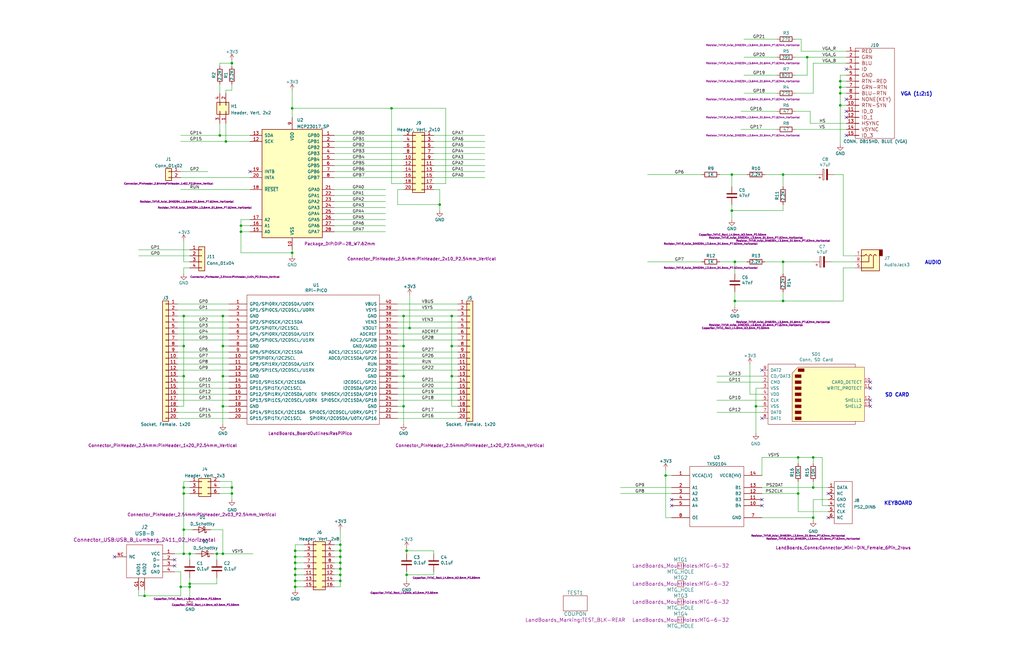
<source format=kicad_sch>
(kicad_sch (version 20211123) (generator eeschema)
  (paper "B")
  (title_block (title "PiPicoMite01") (date "2022-05-15") (rev "1") (company "land-boards.com"))
  (junction (at 124.46 242.57))
  (junction (at 77.47 158.75))
  (junction (at 80.01 246.38))
  (junction (at 143.51 229.87))
  (junction (at 308.61 73.66))
  (junction (at 336.55 193.04))
  (junction (at 143.51 237.49))
  (junction (at 123.19 106.68))
  (junction (at 309.88 110.49))
  (junction (at 93.98 158.75))
  (junction (at 80.01 233.68))
  (junction (at 93.98 133.35))
  (junction (at 76.2 247.65))
  (junction (at 101.6 95.25))
  (junction (at 124.46 237.49))
  (junction (at 190.5 146.05))
  (junction (at 124.46 247.65))
  (junction (at 280.67 200.66))
  (junction (at 97.79 26.67))
  (junction (at 354.33 36.83))
  (junction (at 93.98 233.68))
  (junction (at 318.77 171.45))
  (junction (at 143.51 245.11))
  (junction (at 124.46 232.41))
  (junction (at 93.98 171.45))
  (junction (at 190.5 158.75))
  (junction (at 170.18 133.35))
  (junction (at 309.88 127))
  (junction (at 77.47 223.52))
  (junction (at 172.72 138.43))
  (junction (at 101.6 97.79))
  (junction (at 77.47 146.05))
  (junction (at 77.47 133.35))
  (junction (at 143.51 232.41))
  (junction (at 170.18 171.45))
  (junction (at 91.44 233.68))
  (junction (at 354.33 44.45))
  (junction (at 354.33 39.37))
  (junction (at 330.2 110.49))
  (junction (at 185.42 86.36))
  (junction (at 95.25 59.69))
  (junction (at 342.9 193.04))
  (junction (at 124.46 245.11))
  (junction (at 143.51 234.95))
  (junction (at 123.19 45.72))
  (junction (at 97.79 205.74))
  (junction (at 330.2 73.66))
  (junction (at 190.5 133.35))
  (junction (at 93.98 146.05))
  (junction (at 124.46 234.95))
  (junction (at 60.96 251.46))
  (junction (at 77.47 233.68))
  (junction (at 342.9 218.44))
  (junction (at 171.45 232.41))
  (junction (at 308.61 88.9))
  (junction (at 342.9 205.74))
  (junction (at 143.51 240.03))
  (junction (at 77.47 205.74))
  (junction (at 97.79 208.28))
  (junction (at 143.51 242.57))
  (junction (at 80.01 247.65))
  (junction (at 77.47 208.28))
  (junction (at 170.18 146.05))
  (junction (at 92.71 57.15))
  (junction (at 330.2 127))
  (junction (at 354.33 34.29))
  (junction (at 165.1 45.72))
  (junction (at 171.45 242.57))
  (junction (at 340.36 24.13))
  (junction (at 170.18 158.75))
  (junction (at 336.55 208.28))
  (junction (at 124.46 240.03))
  (no_connect (at 73.66 238.76))
  (no_connect (at 73.66 236.22))
  (no_connect (at 48.26 234.95))
  (no_connect (at 321.31 156.21))
  (no_connect (at 367.03 163.83))
  (no_connect (at 367.03 161.29))
  (no_connect (at 321.31 176.53))
  (no_connect (at 283.21 213.36))
  (no_connect (at 283.21 210.82))
  (no_connect (at 321.31 210.82))
  (no_connect (at 321.31 213.36))
  (no_connect (at 349.25 218.44))
  (no_connect (at 349.25 208.28))
  (no_connect (at 105.41 72.39))
  (no_connect (at 367.03 171.45))
  (no_connect (at 367.03 168.91))
  (no_connect (at 356.87 49.53))
  (no_connect (at 356.87 57.15))
  (no_connect (at 356.87 41.91))
  (no_connect (at 356.87 29.21))
  (no_connect (at 356.87 46.99))
  (wire (pts (xy 77.47 203.2) (xy 80.01 203.2)))
  (wire (pts (xy 77.47 223.52) (xy 77.47 208.28)))
  (wire (pts (xy 96.52 138.43) (xy 74.93 138.43)))
  (wire (pts (xy 96.52 158.75) (xy 93.98 158.75)))
  (wire (pts (xy 93.98 146.05) (xy 93.98 133.35)))
  (wire (pts (xy 91.44 236.22) (xy 91.44 233.68)))
  (wire (pts (xy 93.98 133.35) (xy 96.52 133.35)))
  (wire (pts (xy 92.71 57.15) (xy 105.41 57.15)))
  (wire (pts (xy 318.77 163.83) (xy 318.77 171.45)))
  (wire (pts (xy 140.97 247.65) (xy 143.51 247.65)))
  (wire (pts (xy 327.66 31.75) (xy 313.69 31.75)))
  (wire (pts (xy 193.04 153.67) (xy 167.64 153.67)))
  (wire (pts (xy 346.71 213.36) (xy 346.71 193.04)))
  (wire (pts (xy 165.1 77.47) (xy 170.18 77.47)))
  (wire (pts (xy 124.46 237.49) (xy 124.46 234.95)))
  (wire (pts (xy 330.2 110.49) (xy 330.2 115.57)))
  (wire (pts (xy 336.55 208.28) (xy 336.55 203.2)))
  (wire (pts (xy 96.52 143.51) (xy 74.93 143.51)))
  (wire (pts (xy 77.47 205.74) (xy 77.47 203.2)))
  (wire (pts (xy 261.62 208.28) (xy 283.21 208.28)))
  (wire (pts (xy 140.97 74.93) (xy 170.18 74.93)))
  (wire (pts (xy 316.23 153.67) (xy 316.23 166.37)))
  (wire (pts (xy 91.44 246.38) (xy 91.44 243.84)))
  (wire (pts (xy 356.87 54.61) (xy 335.28 54.61)))
  (wire (pts (xy 97.79 35.56) (xy 97.79 38.1)))
  (wire (pts (xy 185.42 86.36) (xy 185.42 88.9)))
  (wire (pts (xy 351.79 73.66) (xy 355.6 73.66)))
  (wire (pts (xy 182.88 72.39) (xy 204.47 72.39)))
  (wire (pts (xy 124.46 245.11) (xy 128.27 245.11)))
  (wire (pts (xy 167.64 171.45) (xy 170.18 171.45)))
  (wire (pts (xy 97.79 26.67) (xy 97.79 27.94)))
  (wire (pts (xy 349.25 205.74) (xy 342.9 205.74)))
  (wire (pts (xy 92.71 35.56) (xy 92.71 39.37)))
  (wire (pts (xy 124.46 240.03) (xy 128.27 240.03)))
  (wire (pts (xy 185.42 80.01) (xy 182.88 80.01)))
  (wire (pts (xy 349.25 213.36) (xy 346.71 213.36)))
  (wire (pts (xy 124.46 232.41) (xy 128.27 232.41)))
  (wire (pts (xy 171.45 231.14) (xy 171.45 232.41)))
  (wire (pts (xy 190.5 146.05) (xy 190.5 158.75)))
  (wire (pts (xy 193.04 163.83) (xy 167.64 163.83)))
  (wire (pts (xy 355.6 107.95) (xy 355.6 73.66)))
  (wire (pts (xy 354.33 34.29) (xy 354.33 36.83)))
  (wire (pts (xy 97.79 205.74) (xy 97.79 208.28)))
  (wire (pts (xy 101.6 106.68) (xy 101.6 97.79)))
  (wire (pts (xy 92.71 203.2) (xy 97.79 203.2)))
  (wire (pts (xy 171.45 232.41) (xy 182.88 232.41)))
  (wire (pts (xy 76.2 72.39) (xy 87.63 72.39)))
  (wire (pts (xy 97.79 208.28) (xy 97.79 210.82)))
  (wire (pts (xy 140.97 92.71) (xy 162.56 92.71)))
  (wire (pts (xy 124.46 240.03) (xy 124.46 237.49)))
  (wire (pts (xy 193.04 166.37) (xy 167.64 166.37)))
  (wire (pts (xy 167.64 140.97) (xy 193.04 140.97)))
  (wire (pts (xy 92.71 26.67) (xy 97.79 26.67)))
  (wire (pts (xy 60.96 251.46) (xy 76.2 251.46)))
  (wire (pts (xy 330.2 123.19) (xy 330.2 127)))
  (wire (pts (xy 96.52 130.81) (xy 74.93 130.81)))
  (wire (pts (xy 321.31 171.45) (xy 318.77 171.45)))
  (wire (pts (xy 167.64 158.75) (xy 170.18 158.75)))
  (wire (pts (xy 95.25 38.1) (xy 97.79 38.1)))
  (wire (pts (xy 96.52 176.53) (xy 74.93 176.53)))
  (wire (pts (xy 92.71 52.07) (xy 92.71 57.15)))
  (wire (pts (xy 77.47 146.05) (xy 77.47 158.75)))
  (wire (pts (xy 140.97 234.95) (xy 143.51 234.95)))
  (wire (pts (xy 58.42 105.41) (xy 80.01 105.41)))
  (wire (pts (xy 77.47 146.05) (xy 74.93 146.05)))
  (wire (pts (xy 182.88 64.77) (xy 204.47 64.77)))
  (wire (pts (xy 360.68 113.03) (xy 355.6 113.03)))
  (wire (pts (xy 330.2 110.49) (xy 342.9 110.49)))
  (wire (pts (xy 140.97 85.09) (xy 162.56 85.09)))
  (wire (pts (xy 96.52 151.13) (xy 74.93 151.13)))
  (wire (pts (xy 321.31 218.44) (xy 342.9 218.44)))
  (wire (pts (xy 143.51 234.95) (xy 143.51 237.49)))
  (wire (pts (xy 354.33 36.83) (xy 354.33 39.37)))
  (wire (pts (xy 77.47 233.68) (xy 80.01 233.68)))
  (wire (pts (xy 140.97 67.31) (xy 170.18 67.31)))
  (wire (pts (xy 167.64 80.01) (xy 170.18 80.01)))
  (wire (pts (xy 190.5 158.75) (xy 190.5 171.45)))
  (wire (pts (xy 96.52 156.21) (xy 74.93 156.21)))
  (wire (pts (xy 143.51 229.87) (xy 143.51 232.41)))
  (wire (pts (xy 337.82 16.51) (xy 337.82 21.59)))
  (wire (pts (xy 80.01 246.38) (xy 91.44 246.38)))
  (wire (pts (xy 93.98 179.07) (xy 93.98 171.45)))
  (wire (pts (xy 280.67 200.66) (xy 280.67 198.12)))
  (wire (pts (xy 77.47 133.35) (xy 93.98 133.35)))
  (wire (pts (xy 124.46 237.49) (xy 128.27 237.49)))
  (wire (pts (xy 190.5 133.35) (xy 193.04 133.35)))
  (wire (pts (xy 124.46 234.95) (xy 124.46 232.41)))
  (wire (pts (xy 95.25 39.37) (xy 95.25 38.1)))
  (wire (pts (xy 76.2 74.93) (xy 105.41 74.93)))
  (wire (pts (xy 76.2 247.65) (xy 80.01 247.65)))
  (wire (pts (xy 58.42 251.46) (xy 60.96 251.46)))
  (wire (pts (xy 73.66 233.68) (xy 77.47 233.68)))
  (wire (pts (xy 60.96 251.46) (xy 60.96 248.92)))
  (wire (pts (xy 170.18 133.35) (xy 190.5 133.35)))
  (wire (pts (xy 96.52 171.45) (xy 93.98 171.45)))
  (wire (pts (xy 321.31 208.28) (xy 336.55 208.28)))
  (wire (pts (xy 73.66 241.3) (xy 76.2 241.3)))
  (wire (pts (xy 321.31 163.83) (xy 318.77 163.83)))
  (wire (pts (xy 128.27 242.57) (xy 124.46 242.57)))
  (wire (pts (xy 312.42 54.61) (xy 327.66 54.61)))
  (wire (pts (xy 273.05 110.49) (xy 295.91 110.49)))
  (wire (pts (xy 308.61 88.9) (xy 330.2 88.9)))
  (wire (pts (xy 92.71 205.74) (xy 97.79 205.74)))
  (wire (pts (xy 140.97 87.63) (xy 162.56 87.63)))
  (wire (pts (xy 302.26 168.91) (xy 321.31 168.91)))
  (wire (pts (xy 76.2 57.15) (xy 92.71 57.15)))
  (wire (pts (xy 77.47 113.03) (xy 77.47 115.57)))
  (wire (pts (xy 330.2 73.66) (xy 330.2 78.74)))
  (wire (pts (xy 172.72 138.43) (xy 193.04 138.43)))
  (wire (pts (xy 58.42 107.95) (xy 80.01 107.95)))
  (wire (pts (xy 101.6 97.79) (xy 105.41 97.79)))
  (wire (pts (xy 96.52 166.37) (xy 74.93 166.37)))
  (wire (pts (xy 354.33 31.75) (xy 354.33 34.29)))
  (wire (pts (xy 330.2 127) (xy 355.6 127)))
  (wire (pts (xy 80.01 233.68) (xy 82.55 233.68)))
  (wire (pts (xy 273.05 73.66) (xy 295.91 73.66)))
  (wire (pts (xy 91.44 233.68) (xy 93.98 233.68)))
  (wire (pts (xy 354.33 36.83) (xy 356.87 36.83)))
  (wire (pts (xy 96.52 153.67) (xy 74.93 153.67)))
  (wire (pts (xy 354.33 44.45) (xy 356.87 44.45)))
  (wire (pts (xy 96.52 128.27) (xy 74.93 128.27)))
  (wire (pts (xy 93.98 233.68) (xy 106.68 233.68)))
  (wire (pts (xy 93.98 223.52) (xy 88.9 223.52)))
  (wire (pts (xy 356.87 31.75) (xy 354.33 31.75)))
  (wire (pts (xy 165.1 45.72) (xy 187.96 45.72)))
  (wire (pts (xy 193.04 173.99) (xy 167.64 173.99)))
  (wire (pts (xy 335.28 31.75) (xy 340.36 31.75)))
  (wire (pts (xy 123.19 38.1) (xy 123.19 45.72)))
  (wire (pts (xy 101.6 92.71) (xy 105.41 92.71)))
  (wire (pts (xy 140.97 59.69) (xy 170.18 59.69)))
  (wire (pts (xy 172.72 138.43) (xy 172.72 124.46)))
  (wire (pts (xy 140.97 240.03) (xy 143.51 240.03)))
  (wire (pts (xy 280.67 200.66) (xy 280.67 218.44)))
  (wire (pts (xy 322.58 110.49) (xy 330.2 110.49)))
  (wire (pts (xy 190.5 171.45) (xy 193.04 171.45)))
  (wire (pts (xy 95.25 59.69) (xy 105.41 59.69)))
  (wire (pts (xy 140.97 242.57) (xy 143.51 242.57)))
  (wire (pts (xy 170.18 158.75) (xy 170.18 146.05)))
  (wire (pts (xy 124.46 245.11) (xy 124.46 247.65)))
  (wire (pts (xy 76.2 80.01) (xy 105.41 80.01)))
  (wire (pts (xy 167.64 86.36) (xy 185.42 86.36)))
  (wire (pts (xy 140.97 245.11) (xy 143.51 245.11)))
  (wire (pts (xy 77.47 223.52) (xy 81.28 223.52)))
  (wire (pts (xy 280.67 218.44) (xy 283.21 218.44)))
  (wire (pts (xy 76.2 251.46) (xy 76.2 247.65)))
  (wire (pts (xy 140.97 72.39) (xy 170.18 72.39)))
  (wire (pts (xy 171.45 241.3) (xy 171.45 242.57)))
  (wire (pts (xy 309.88 115.57) (xy 309.88 110.49)))
  (wire (pts (xy 342.9 218.44) (xy 342.9 219.71)))
  (wire (pts (xy 330.2 88.9) (xy 330.2 86.36)))
  (wire (pts (xy 77.47 110.49) (xy 80.01 110.49)))
  (wire (pts (xy 193.04 176.53) (xy 167.64 176.53)))
  (wire (pts (xy 182.88 233.68) (xy 182.88 232.41)))
  (wire (pts (xy 96.52 161.29) (xy 74.93 161.29)))
  (wire (pts (xy 143.51 242.57) (xy 143.51 245.11)))
  (wire (pts (xy 355.6 113.03) (xy 355.6 127)))
  (wire (pts (xy 321.31 193.04) (xy 336.55 193.04)))
  (wire (pts (xy 356.87 52.07) (xy 341.63 52.07)))
  (wire (pts (xy 336.55 193.04) (xy 336.55 195.58)))
  (wire (pts (xy 342.9 193.04) (xy 336.55 193.04)))
  (wire (pts (xy 308.61 88.9) (xy 308.61 92.71)))
  (wire (pts (xy 128.27 247.65) (xy 124.46 247.65)))
  (wire (pts (xy 193.04 148.59) (xy 167.64 148.59)))
  (wire (pts (xy 123.19 45.72) (xy 165.1 45.72)))
  (wire (pts (xy 80.01 243.84) (xy 80.01 246.38)))
  (wire (pts (xy 124.46 234.95) (xy 128.27 234.95)))
  (wire (pts (xy 123.19 45.72) (xy 123.19 49.53)))
  (wire (pts (xy 143.51 245.11) (xy 143.51 247.65)))
  (wire (pts (xy 96.52 135.89) (xy 74.93 135.89)))
  (wire (pts (xy 140.97 237.49) (xy 143.51 237.49)))
  (wire (pts (xy 182.88 59.69) (xy 204.47 59.69)))
  (wire (pts (xy 309.88 127) (xy 309.88 129.54)))
  (wire (pts (xy 170.18 171.45) (xy 170.18 158.75)))
  (wire (pts (xy 143.51 223.52) (xy 143.51 229.87)))
  (wire (pts (xy 327.66 46.99) (xy 312.42 46.99)))
  (wire (pts (xy 302.26 173.99) (xy 321.31 173.99)))
  (wire (pts (xy 143.51 237.49) (xy 143.51 240.03)))
  (wire (pts (xy 354.33 39.37) (xy 354.33 44.45)))
  (wire (pts (xy 316.23 166.37) (xy 321.31 166.37)))
  (wire (pts (xy 167.64 128.27) (xy 193.04 128.27)))
  (wire (pts (xy 356.87 24.13) (xy 340.36 24.13)))
  (wire (pts (xy 170.18 146.05) (xy 170.18 133.35)))
  (wire (pts (xy 171.45 232.41) (xy 171.45 233.68)))
  (wire (pts (xy 318.77 171.45) (xy 318.77 182.88)))
  (wire (pts (xy 167.64 130.81) (xy 193.04 130.81)))
  (wire (pts (xy 342.9 210.82) (xy 342.9 218.44)))
  (wire (pts (xy 123.19 106.68) (xy 123.19 107.95)))
  (wire (pts (xy 193.04 143.51) (xy 167.64 143.51)))
  (wire (pts (xy 171.45 242.57) (xy 171.45 245.11)))
  (wire (pts (xy 302.26 158.75) (xy 321.31 158.75)))
  (wire (pts (xy 123.19 106.68) (xy 101.6 106.68)))
  (wire (pts (xy 193.04 156.21) (xy 167.64 156.21)))
  (wire (pts (xy 193.04 168.91) (xy 167.64 168.91)))
  (wire (pts (xy 303.53 110.49) (xy 309.88 110.49)))
  (wire (pts (xy 140.97 232.41) (xy 143.51 232.41)))
  (wire (pts (xy 336.55 215.9) (xy 336.55 208.28)))
  (wire (pts (xy 321.31 205.74) (xy 342.9 205.74)))
  (wire (pts (xy 354.33 44.45) (xy 354.33 60.96)))
  (wire (pts (xy 74.93 133.35) (xy 77.47 133.35)))
  (wire (pts (xy 140.97 80.01) (xy 162.56 80.01)))
  (wire (pts (xy 309.88 127) (xy 330.2 127)))
  (wire (pts (xy 346.71 193.04) (xy 342.9 193.04)))
  (wire (pts (xy 167.64 135.89) (xy 193.04 135.89)))
  (wire (pts (xy 303.53 73.66) (xy 308.61 73.66)))
  (wire (pts (xy 140.97 69.85) (xy 170.18 69.85)))
  (wire (pts (xy 124.46 242.57) (xy 124.46 245.11)))
  (wire (pts (xy 335.28 24.13) (xy 340.36 24.13)))
  (wire (pts (xy 77.47 158.75) (xy 74.93 158.75)))
  (wire (pts (xy 123.19 105.41) (xy 123.19 106.68)))
  (wire (pts (xy 96.52 140.97) (xy 74.93 140.97)))
  (wire (pts (xy 77.47 208.28) (xy 80.01 208.28)))
  (wire (pts (xy 167.64 146.05) (xy 170.18 146.05)))
  (wire (pts (xy 185.42 86.36) (xy 185.42 80.01)))
  (wire (pts (xy 77.47 101.6) (xy 77.47 110.49)))
  (wire (pts (xy 101.6 95.25) (xy 101.6 92.71)))
  (wire (pts (xy 92.71 27.94) (xy 92.71 26.67)))
  (wire (pts (xy 93.98 158.75) (xy 93.98 146.05)))
  (wire (pts (xy 96.52 163.83) (xy 74.93 163.83)))
  (wire (pts (xy 167.64 138.43) (xy 172.72 138.43)))
  (wire (pts (xy 170.18 133.35) (xy 167.64 133.35)))
  (wire (pts (xy 342.9 193.04) (xy 342.9 195.58)))
  (wire (pts (xy 140.97 57.15) (xy 170.18 57.15)))
  (wire (pts (xy 308.61 78.74) (xy 308.61 73.66)))
  (wire (pts (xy 96.52 148.59) (xy 74.93 148.59)))
  (wire (pts (xy 308.61 73.66) (xy 314.96 73.66)))
  (wire (pts (xy 140.97 64.77) (xy 170.18 64.77)))
  (wire (pts (xy 283.21 200.66) (xy 280.67 200.66)))
  (wire (pts (xy 140.97 82.55) (xy 162.56 82.55)))
  (wire (pts (xy 360.68 107.95) (xy 355.6 107.95)))
  (wire (pts (xy 342.9 39.37) (xy 335.28 39.37)))
  (wire (pts (xy 76.2 241.3) (xy 76.2 247.65)))
  (wire (pts (xy 182.88 69.85) (xy 204.47 69.85)))
  (wire (pts (xy 342.9 26.67) (xy 342.9 39.37)))
  (wire (pts (xy 327.66 39.37) (xy 313.69 39.37)))
  (wire (pts (xy 327.66 16.51) (xy 313.69 16.51)))
  (wire (pts (xy 308.61 86.36) (xy 308.61 88.9)))
  (wire (pts (xy 76.2 59.69) (xy 95.25 59.69)))
  (wire (pts (xy 124.46 229.87) (xy 128.27 229.87)))
  (wire (pts (xy 337.82 21.59) (xy 356.87 21.59)))
  (wire (pts (xy 341.63 46.99) (xy 341.63 52.07)))
  (wire (pts (xy 96.52 146.05) (xy 93.98 146.05)))
  (wire (pts (xy 124.46 232.41) (xy 124.46 229.87)))
  (wire (pts (xy 143.51 240.03) (xy 143.51 242.57)))
  (wire (pts (xy 96.52 168.91) (xy 74.93 168.91)))
  (wire (pts (xy 182.88 241.3) (xy 182.88 242.57)))
  (wire (pts (xy 167.64 86.36) (xy 167.64 80.01)))
  (wire (pts (xy 124.46 247.65) (xy 124.46 248.92)))
  (wire (pts (xy 101.6 95.25) (xy 105.41 95.25)))
  (wire (pts (xy 190.5 158.75) (xy 193.04 158.75)))
  (wire (pts (xy 335.28 46.99) (xy 341.63 46.99)))
  (wire (pts (xy 101.6 97.79) (xy 101.6 95.25)))
  (wire (pts (xy 187.96 45.72) (xy 187.96 77.47)))
  (wire (pts (xy 350.52 110.49) (xy 360.68 110.49)))
  (wire (pts (xy 354.33 34.29) (xy 356.87 34.29)))
  (wire (pts (xy 309.88 110.49) (xy 314.96 110.49)))
  (wire (pts (xy 77.47 171.45) (xy 74.93 171.45)))
  (wire (pts (xy 80.01 113.03) (xy 77.47 113.03)))
  (wire (pts (xy 90.17 233.68) (xy 91.44 233.68)))
  (wire (pts (xy 95.25 52.07) (xy 95.25 59.69)))
  (wire (pts (xy 193.04 161.29) (xy 167.64 161.29)))
  (wire (pts (xy 187.96 77.47) (xy 182.88 77.47)))
  (wire (pts (xy 309.88 123.19) (xy 309.88 127)))
  (wire (pts (xy 77.47 208.28) (xy 77.47 205.74)))
  (wire (pts (xy 170.18 179.07) (xy 170.18 171.45)))
  (wire (pts (xy 356.87 26.67) (xy 342.9 26.67)))
  (wire (pts (xy 327.66 24.13) (xy 313.69 24.13)))
  (wire (pts (xy 322.58 73.66) (xy 330.2 73.66)))
  (wire (pts (xy 261.62 205.74) (xy 283.21 205.74)))
  (wire (pts (xy 182.88 74.93) (xy 204.47 74.93)))
  (wire (pts (xy 349.25 215.9) (xy 336.55 215.9)))
  (wire (pts (xy 143.51 232.41) (xy 143.51 234.95)))
  (wire (pts (xy 80.01 246.38) (xy 80.01 247.65)))
  (wire (pts (xy 140.97 95.25) (xy 162.56 95.25)))
  (wire (pts (xy 58.42 248.92) (xy 58.42 251.46)))
  (wire (pts (xy 97.79 25.4) (xy 97.79 26.67)))
  (wire (pts (xy 77.47 205.74) (xy 80.01 205.74)))
  (wire (pts (xy 302.26 161.29) (xy 321.31 161.29)))
  (wire (pts (xy 182.88 57.15) (xy 204.47 57.15)))
  (wire (pts (xy 80.01 247.65) (xy 80.01 252.73)))
  (wire (pts (xy 140.97 90.17) (xy 162.56 90.17)))
  (wire (pts (xy 80.01 233.68) (xy 80.01 236.22)))
  (wire (pts (xy 349.25 210.82) (xy 342.9 210.82)))
  (wire (pts (xy 171.45 242.57) (xy 182.88 242.57)))
  (wire (pts (xy 93.98 171.45) (xy 93.98 158.75)))
  (wire (pts (xy 321.31 193.04) (xy 321.31 200.66)))
  (wire (pts (xy 190.5 146.05) (xy 193.04 146.05)))
  (wire (pts (xy 193.04 151.13) (xy 167.64 151.13)))
  (wire (pts (xy 77.47 158.75) (xy 77.47 171.45)))
  (wire (pts (xy 335.28 16.51) (xy 337.82 16.51)))
  (wire (pts (xy 182.88 67.31) (xy 204.47 67.31)))
  (wire (pts (xy 340.36 31.75) (xy 340.36 24.13)))
  (wire (pts (xy 77.47 233.68) (xy 77.47 223.52)))
  (wire (pts (xy 96.52 173.99) (xy 74.93 173.99)))
  (wire (pts (xy 330.2 73.66) (xy 344.17 73.66)))
  (wire (pts (xy 354.33 39.37) (xy 356.87 39.37)))
  (wire (pts (xy 97.79 203.2) (xy 97.79 205.74)))
  (wire (pts (xy 92.71 208.28) (xy 97.79 208.28)))
  (wire (pts (xy 190.5 133.35) (xy 190.5 146.05)))
  (wire (pts (xy 77.47 133.35) (xy 77.47 146.05)))
  (wire (pts (xy 93.98 233.68) (xy 93.98 223.52)))
  (wire (pts (xy 140.97 229.87) (xy 143.51 229.87)))
  (wire (pts (xy 140.97 97.79) (xy 162.56 97.79)))
  (wire (pts (xy 165.1 45.72) (xy 165.1 77.47)))
  (wire (pts (xy 342.9 205.74) (xy 342.9 203.2)))
  (wire (pts (xy 140.97 62.23) (xy 170.18 62.23)))
  (wire (pts (xy 182.88 62.23) (xy 204.47 62.23)))
  (wire (pts (xy 124.46 240.03) (xy 124.46 242.57)))
  (text "KEYBOARD" (at 384.81 213.36 180) (effects (font (size 1.524 1.524) (thickness 0.3048) bold) (justify right bottom)))
  (text "AUDIO" (at 389.89 111.76 0) (effects (font (size 1.524 1.524) (thickness 0.3048) bold) (justify left bottom)))
  (text "VGA (1:2:1)" (at 379.73 40.64 0) (effects (font (size 1.524 1.524) (thickness 0.3048) bold) (justify left bottom)))
  (text "SD CARD" (at 383.54 167.64 180) (effects (font (size 1.524 1.524) (thickness 0.3048) bold) (justify right bottom)))
  (label "GP18" (at 177.8 168.91 0))
  (label "GPA6" (at 148.59 95.25 0))
  (label "GP4" (at 83.82 140.97 0))
  (label "RUN" (at 177.8 153.67 0))
  (label "GPB2" (at 148.59 62.23 0))
  (label "GP0" (at 83.82 128.27 0))
  (label "GP10" (at 83.82 161.29 0))
  (label "GP7" (at 83.82 151.13 0))
  (label "GP19" (at 317.5 31.75 0))
  (label "GP27" (at 177.8 148.59 0))
  (label "GP3" (at 83.82 138.43 0))
  (label "GPB3" (at 148.59 64.77 0))
  (label "GPA2" (at 148.59 85.09 0))
  (label "GPB6" (at 148.59 72.39 0))
  (label "GP2" (at 80.01 72.39 0))
  (label "GPA0" (at 148.59 80.01 0))
  (label "VSYS" (at 97.79 233.68 0))
  (label "GPA7" (at 190.5 57.15 0))
  (label "VBUS" (at 177.8 128.27 0))
  (label "GPA6" (at 190.5 59.69 0))
  (label "GPB1" (at 148.59 59.69 0))
  (label "GP20" (at 177.8 163.83 0))
  (label "GP14" (at 80.01 57.15 0))
  (label "GP6" (at 284.48 73.66 0))
  (label "VSYS" (at 323.85 193.04 0))
  (label "VGA_G" (at 346.71 24.13 0))
  (label "GP13" (at 312.42 158.75 180))
  (label "GP16" (at 177.8 176.53 0))
  (label "GP18" (at 317.5 39.37 0))
  (label "GP2" (at 83.82 135.89 0))
  (label "GPA5" (at 148.59 92.71 0))
  (label "GP15" (at 83.82 176.53 0))
  (label "GP17" (at 316.23 54.61 0))
  (label "GP12" (at 312.42 173.99 180))
  (label "PS2CLK" (at 330.2 208.28 180))
  (label "VGA_R" (at 346.71 21.59 0))
  (label "ADCREF" (at 177.8 140.97 0))
  (label "GPA7" (at 148.59 97.79 0))
  (label "GP1" (at 83.82 130.81 0))
  (label "GPA4" (at 190.5 64.77 0))
  (label "GPA1" (at 148.59 82.55 0))
  (label "RUN" (at 80.01 80.01 0))
  (label "GP17" (at 177.8 173.99 0))
  (label "GPA4" (at 148.59 90.17 0))
  (label "GP0" (at 63.5 107.95 0))
  (label "GP7" (at 284.48 110.49 0))
  (label "GP19" (at 177.8 166.37 0))
  (label "GPA3" (at 190.5 67.31 0))
  (label "GPA5" (at 190.5 62.23 0))
  (label "GP20" (at 317.5 24.13 0))
  (label "GPA2" (at 190.5 69.85 0))
  (label "GP12" (at 83.82 166.37 0))
  (label "GP28" (at 177.8 143.51 0))
  (label "GPB7" (at 148.59 74.93 0))
  (label "GP5" (at 83.82 143.51 0))
  (label "GP9" (at 271.78 205.74 180))
  (label "GP1" (at 63.5 105.41 0))
  (label "GPB5" (at 148.59 69.85 0))
  (label "GP21" (at 177.8 161.29 0))
  (label "GP11" (at 83.82 163.83 0))
  (label "GPA1" (at 190.5 72.39 0))
  (label "GPB0" (at 148.59 57.15 0))
  (label "GPA0" (at 190.5 74.93 0))
  (label "GPB4" (at 148.59 67.31 0))
  (label "GP10" (at 312.42 168.91 180))
  (label "GP16" (at 316.23 46.99 0))
  (label "GP14" (at 83.82 173.99 0))
  (label "PS2DAT" (at 330.2 205.74 180))
  (label "GP8" (at 83.82 153.67 0))
  (label "GP11" (at 312.42 161.29 180))
  (label "GP21" (at 317.5 16.51 0))
  (label "GP13" (at 83.82 168.91 0))
  (label "GP9" (at 83.82 156.21 0))
  (label "GP15" (at 80.01 59.69 0))
  (label "GPA3" (at 148.59 87.63 0))
  (label "VGA_B" (at 346.71 26.67 0))
  (label "GP6" (at 83.82 148.59 0))
  (label "VSYS" (at 177.8 130.81 0))
  (label "GP8" (at 271.78 208.28 180))
  (label "HS" (at 345.44 52.07 0))
  (label "VEN3" (at 177.8 135.89 0))
  (label "GP22" (at 177.8 156.21 0))
  (label "GP26" (at 177.8 151.13 0))
  (label "VS" (at 345.44 54.61 0))
  (symbol (lib_id "LandBoards:MTG_HOLE") (at 287.02 254 0) (unit 1)
    (property "Reference" "MTG3" (at 287.02 251.46 0) (effects (font (size 1.524 1.524))))
    (property "Value" "MTG_HOLE" (at 287.02 256.54 0) (effects (font (size 1.524 1.524))))
    (property "Footprint" "LandBoards_MountHoles:MTG-6-32" (at 287.02 254 0) (effects (font (size 1.524 1.524))))
  )
  (symbol (lib_id "LandBoards:MTG_HOLE") (at 287.02 246.38 0) (unit 1)
    (property "Reference" "MTG2" (at 287.02 243.84 0) (effects (font (size 1.524 1.524))))
    (property "Value" "MTG_HOLE" (at 287.02 248.92 0) (effects (font (size 1.524 1.524))))
    (property "Footprint" "LandBoards_MountHoles:MTG-6-32" (at 287.02 246.38 0) (effects (font (size 1.524 1.524))))
  )
  (symbol (lib_id "LandBoards:MTG_HOLE") (at 287.02 261.62 0) (unit 1)
    (property "Reference" "MTG4" (at 287.02 259.08 0) (effects (font (size 1.524 1.524))))
    (property "Value" "MTG_HOLE" (at 287.02 264.16 0) (effects (font (size 1.524 1.524))))
    (property "Footprint" "LandBoards_MountHoles:MTG-6-32" (at 287.02 261.62 0) (effects (font (size 1.524 1.524))))
  )
  (symbol (lib_id "LandBoards:MTG_HOLE") (at 287.02 238.76 0) (unit 1)
    (property "Reference" "MTG1" (at 287.02 236.22 0) (effects (font (size 1.524 1.524))))
    (property "Value" "MTG_HOLE" (at 287.02 241.3 0) (effects (font (size 1.524 1.524))))
    (property "Footprint" "LandBoards_MountHoles:MTG-6-32" (at 287.02 238.76 0) (effects (font (size 1.524 1.524))))
  )
  (symbol (lib_id "LandBoards:COUPON") (at 242.57 257.81 0) (unit 1)
    (property "Reference" "TEST1" (at 242.57 250.19 0) (effects (font (size 1.524 1.524))))
    (property "Value" "COUPON" (at 242.57 259.08 0) (effects (font (size 1.524 1.524))))
    (property "Footprint" "LandBoards_Marking:TEST_BLK-REAR" (at 242.57 261.62 0) (effects (font (size 1.524 1.524))))
  )
  (symbol (lib_id "power:GND") (at 93.98 179.07 0) (unit 1)
    (property "Reference" "#PWR04" (effects hide))
    (property "Value" "GND" (at 93.98 182.88 0))
  )
  (symbol (lib_id "power:GND") (at 124.46 248.92 0) (unit 1)
    (property "Reference" "#PWR012" (effects hide))
    (property "Value" "GND" (at 124.46 252.73 0))
  )
  (symbol (lib_id "power:+3.3V") (at 143.51 223.52 0) (unit 1)
    (property "Reference" "#PWR015" (effects hide))
    (property "Value" "+3.3V" (at 143.51 219.964 0))
  )
  (symbol (lib_id "Device:C") (at 171.45 237.49 0) (unit 1)
    (property "Reference" "C3" (at 174.371 235.1786 0) (effects (justify left)))
    (property "Value" "0.1uF" (at 174.371 237.49 0) (effects (justify left)))
    (property "Footprint" "Capacitor_THT:C_Rect_L4.0mm_W2.5mm_P2.50mm" (at 156.21 250.19 0) (effects (font (size 0.762 0.762)) (justify left)))
  )
  (symbol (lib_id "Device:C") (at 182.88 237.49 0) (unit 1)
    (property "Reference" "C4" (at 185.801 235.1786 0) (effects (justify left)))
    (property "Value" "0.1uF" (at 185.801 237.49 0) (effects (justify left)))
    (property "Footprint" "Capacitor_THT:C_Rect_L4.0mm_W2.5mm_P2.50mm" (at 173.99 243.84 0) (effects (font (size 0.762 0.762)) (justify left)))
  )
  (symbol (lib_id "power:GND") (at 170.18 179.07 0) (unit 1)
    (property "Reference" "#PWR09" (effects hide))
    (property "Value" "GND" (at 170.18 182.88 0))
  )
  (symbol (lib_id "power:GND") (at 171.45 245.11 0) (unit 1)
    (property "Reference" "#PWR07" (effects hide))
    (property "Value" "GND" (at 171.45 248.92 0))
  )
  (symbol (lib_id "power:+3.3V") (at 171.45 231.14 0) (unit 1)
    (property "Reference" "#PWR06" (effects hide))
    (property "Value" "+3.3V" (at 171.45 227.584 0))
  )
  (symbol (lib_id "LandBoards_Conns:VGA") (at 368.3 39.37 0) (unit 1)
    (property "Reference" "J10" (at 367.03 19.05 0) (effects (justify left)))
    (property "Value" "CONN, DB15HD, BLUE (VGA)" (at 355.6 59.69 0) (effects (justify left)))
    (property "Footprint" "LandBoards_Conns:DB_15F-VGA-fixed" (effects hide))
  )
  (symbol (lib_id "Device:R") (at 331.47 16.51 270) (unit 1)
    (property "Reference" "R3" (at 331.47 13.97 90))
    (property "Value" "270" (at 331.47 16.51 90))
    (property "Footprint" "Resistor_THT:R_Axial_DIN0204_L3.6mm_D1.6mm_P7.62mm_Horizontal" (at 317.5 19.05 90) (effects (font (size 0.762 0.762))))
  )
  (symbol (lib_id "power:GND") (at 354.33 60.96 0) (unit 1)
    (property "Reference" "#PWR019" (effects hide))
    (property "Value" "GND" (at 354.33 64.77 0))
  )
  (symbol (lib_id "Device:R") (at 299.72 110.49 270) (unit 1)
    (property "Reference" "R12" (at 299.72 107.95 90))
    (property "Value" "1K" (at 299.72 110.49 90))
    (property "Footprint" "Resistor_THT:R_Axial_DIN0204_L3.6mm_D1.6mm_P7.62mm_Horizontal" (at 299.72 113.03 90) (effects (font (size 0.762 0.762))))
  )
  (symbol (lib_id "Device:C") (at 309.88 119.38 0) (unit 1)
    (property "Reference" "C6" (at 312.801 117.0686 0) (effects (justify left)))
    (property "Value" "47nF" (at 312.801 119.38 0) (effects (justify left)))
    (property "Footprint" "Capacitor_THT:C_Rect_L4.0mm_W2.5mm_P2.50mm" (at 295.91 138.43 0) (effects (font (size 0.762 0.762)) (justify left)))
  )
  (symbol (lib_id "power:GND") (at 309.88 129.54 0) (unit 1)
    (property "Reference" "#PWR018" (effects hide))
    (property "Value" "GND" (at 309.88 133.35 0))
  )
  (symbol (lib_id "Device:C_Polarized") (at 346.71 110.49 90) (unit 1)
    (property "Reference" "C7" (at 346.71 104.0892 90))
    (property "Value" "47uF" (at 346.71 106.4006 90))
    (property "Footprint" "Capacitor_THT:CP_Radial_D5.0mm_P2.50mm" (effects hide))
  )
  (symbol (lib_id "PiPico-01-rescue:SD_Card-Connector-ESP32-VGA-rescue") (at 344.17 166.37 0) (unit 1)
    (property "Reference" "SD1" (at 344.17 149.479 0))
    (property "Value" "Conn, SD Card" (at 344.17 151.7904 0))
    (property "Footprint" "LandBoards_Conns:SD_CARD" (effects hide))
    (property "Datasheet" "http://portal.fciconnect.com/Comergent//fci/drawing/10067847.pdf" (effects hide))
  )
  (symbol (lib_id "power:GND") (at 318.77 182.88 0) (mirror y) (unit 1)
    (property "Reference" "#PWR01" (effects hide))
    (property "Value" "GND" (at 318.643 187.2742 0))
  )
  (symbol (lib_id "power:+3.3V") (at 172.72 124.46 0) (unit 1)
    (property "Reference" "#PWR010" (effects hide))
    (property "Value" "+3.3V" (at 172.72 120.904 0))
  )
  (symbol (lib_id "power:+3.3V") (at 316.23 153.67 0) (mirror y) (unit 1)
    (property "Reference" "#PWR03" (effects hide))
    (property "Value" "+3.3V" (at 316.23 150.114 0))
  )
  (symbol (lib_id "power:GND") (at 80.01 252.73 0) (unit 1)
    (property "Reference" "#PWR02" (effects hide))
    (property "Value" "GND" (at 80.137 257.1242 0))
  )
  (symbol (lib_id "Device:C") (at 80.01 240.03 0) (unit 1)
    (property "Reference" "C1" (at 82.931 237.7186 0) (effects (justify left)))
    (property "Value" "0.1uF" (at 82.931 240.03 0) (effects (justify left)))
    (property "Footprint" "Capacitor_THT:C_Rect_L4.0mm_W2.5mm_P2.50mm" (at 64.77 252.73 0) (effects (font (size 0.762 0.762)) (justify left)))
  )
  (symbol (lib_id "Device:C") (at 91.44 240.03 0) (unit 1)
    (property "Reference" "C2" (at 94.361 237.7186 0) (effects (justify left)))
    (property "Value" "0.1uF" (at 94.361 240.03 0) (effects (justify left)))
    (property "Footprint" "Capacitor_THT:C_Rect_L4.0mm_W2.5mm_P2.50mm" (at 72.39 255.27 0) (effects (font (size 0.762 0.762)) (justify left)))
  )
  (symbol (lib_id "LandBoards_Semis:RPi-PICO") (at 133.35 149.86 0) (unit 1)
    (property "Reference" "U1" (at 133.35 120.269 0))
    (property "Value" "RPi-PICO" (at 133.35 122.5804 0))
    (property "Footprint" "LandBoards_BoardOutlines:RasPiPico" (at 130.81 182.88 0))
    (property "Datasheet" "DOCUMENTATION" (effects hide))
  )
  (symbol (lib_id "Device:R") (at 331.47 31.75 270) (unit 1)
    (property "Reference" "R7" (at 331.47 29.21 90))
    (property "Value" "820" (at 331.47 31.75 90))
    (property "Footprint" "Resistor_THT:R_Axial_DIN0204_L3.6mm_D1.6mm_P7.62mm_Horizontal" (at 317.5 34.29 90) (effects (font (size 0.762 0.762))))
  )
  (symbol (lib_id "Device:R") (at 331.47 24.13 270) (unit 1)
    (property "Reference" "R5" (at 331.47 21.59 90))
    (property "Value" "390" (at 331.47 24.13 90))
    (property "Footprint" "Resistor_THT:R_Axial_DIN0204_L3.6mm_D1.6mm_P7.62mm_Horizontal" (at 317.5 26.67 90) (effects (font (size 0.762 0.762))))
  )
  (symbol (lib_id "Device:R") (at 331.47 39.37 270) (unit 1)
    (property "Reference" "R4" (at 331.47 36.83 90))
    (property "Value" "270" (at 331.47 39.37 90))
    (property "Footprint" "Resistor_THT:R_Axial_DIN0204_L3.6mm_D1.6mm_P7.62mm_Horizontal" (at 317.5 41.91 90) (effects (font (size 0.762 0.762))))
  )
  (symbol (lib_id "Device:R") (at 331.47 46.99 270) (unit 1)
    (property "Reference" "R6" (at 331.47 44.45 90))
    (property "Value" "47" (at 331.47 46.99 90))
    (property "Footprint" "Resistor_THT:R_Axial_DIN0204_L3.6mm_D1.6mm_P7.62mm_Horizontal" (at 317.5 49.53 90) (effects (font (size 0.762 0.762))))
  )
  (symbol (lib_id "Device:R") (at 331.47 54.61 270) (unit 1)
    (property "Reference" "R8" (at 331.47 52.07 90))
    (property "Value" "47" (at 331.47 54.61 90))
    (property "Footprint" "Resistor_THT:R_Axial_DIN0204_L3.6mm_D1.6mm_P7.62mm_Horizontal" (at 317.5 57.15 90) (effects (font (size 0.762 0.762))))
  )
  (symbol (lib_id "LandBoards_Conns:USB-B") (at 62.23 247.65 0) (unit 1)
    (property "Reference" "J2" (at 60.96 222.4278 0) (effects (font (size 1.524 1.524))))
    (property "Value" "USB-B" (at 60.96 225.1202 0) (effects (font (size 1.524 1.524))))
    (property "Footprint" "Connector_USB:USB_B_Lumberg_2411_02_Horizontal" (at 60.96 227.8126 0) (effects (font (size 1.524 1.524))))
  )
  (symbol (lib_id "power:+3.3V") (at 97.79 25.4 0) (unit 1)
    (property "Reference" "#PWR08" (effects hide))
    (property "Value" "+3.3V" (at 97.79 21.844 0))
  )
  (symbol (lib_id "power:+3.3V") (at 123.19 38.1 0) (unit 1)
    (property "Reference" "#PWR013" (effects hide))
    (property "Value" "+3.3V" (at 123.19 34.544 0))
  )
  (symbol (lib_id "Device:D_Schottky") (at 86.36 233.68 180) (unit 1)
    (property "Reference" "D2" (at 86.6775 228.4435 0))
    (property "Value" "D_Schottky" (at 86.6775 231.2186 0))
    (property "Footprint" "Diode_THT:D_DO-201AD_P12.70mm_Horizontal" (effects hide))
  )
  (symbol (lib_id "Connector_Generic:Conn_02x02_Odd_Even") (at 95.25 46.99 270) (mirror x) (unit 1)
    (property "Reference" "H1" (at 97.282 44.8115 90) (effects (justify left)))
    (property "Value" "Header, Vert, 2x2" (at 97.282 47.5866 90) (effects (justify left)))
    (property "Footprint" "Connector_PinHeader_2.54mm:PinHeader_2x02_P2.54mm_Vertical" (effects hide))
  )
  (symbol (lib_id "Device:R") (at 318.77 110.49 270) (unit 1)
    (property "Reference" "R13" (at 318.77 107.95 90))
    (property "Value" "2.2K" (at 318.77 110.49 90))
    (property "Footprint" "Resistor_THT:R_Axial_DIN0204_L3.6mm_D1.6mm_P7.62mm_Horizontal" (at 318.77 137.16 90) (effects (font (size 0.762 0.762))))
  )
  (symbol (lib_id "Connector_Generic:Conn_01x04") (at 85.09 107.95 0) (unit 1)
    (property "Reference" "J11" (at 87.122 108.3115 0) (effects (justify left)))
    (property "Value" "Conn_01x04" (at 87.122 111.0866 0) (effects (justify left)))
    (property "Footprint" "Connector_PinHeader_2.54mm:PinHeader_1x04_P2.54mm_Vertical" (at 99.06 116.84 0) (effects (font (size 0.762 0.762))))
  )
  (symbol (lib_id "Connector:AudioJack3") (at 365.76 110.49 180) (unit 1)
    (property "Reference" "J7" (at 372.872 108.9465 0) (effects (justify right)))
    (property "Value" "AudioJack3" (at 372.872 111.7216 0) (effects (justify right)))
    (property "Footprint" "LandBoards_Conns:Jack_3.5mm_CUI_SJ1-3523N_Horizontal" (effects hide))
  )
  (symbol (lib_id "Device:C_Polarized") (at 347.98 73.66 90) (unit 1)
    (property "Reference" "C8" (at 347.98 67.2592 90))
    (property "Value" "47uF" (at 347.98 69.5706 90))
    (property "Footprint" "Capacitor_THT:CP_Radial_D5.0mm_P2.50mm" (effects hide))
  )
  (symbol (lib_id "Connector_Generic:Conn_02x08_Odd_Even") (at 133.35 237.49 0) (unit 1)
    (property "Reference" "J6" (at 134.62 224.6335 0))
    (property "Value" "Header, Vert, 2x8" (at 134.62 227.4086 0))
    (property "Footprint" "Connector_PinSocket_2.54mm:PinSocket_2x08_P2.54mm_Vertical" (effects hide))
  )
  (symbol (lib_id "Connector_Generic:Conn_01x02") (at 71.12 72.39 0) (mirror y) (unit 1)
    (property "Reference" "J1" (at 71.12 67.1535 0))
    (property "Value" "Conn_01x02" (at 71.12 69.9286 0))
    (property "Footprint" "Connector_PinHeader_2.54mm:PinHeader_1x02_P2.54mm_Vertical" (at 71.12 77.47 0) (effects (font (size 0.762 0.762))))
  )
  (symbol (lib_id "power:GND") (at 185.42 88.9 0) (unit 1)
    (property "Reference" "#PWR016" (effects hide))
    (property "Value" "GND" (at 185.42 92.71 0))
  )
  (symbol (lib_id "power:GND") (at 342.9 219.71 0) (unit 1)
    (property "Reference" "#PWR020" (effects hide))
    (property "Value" "GND" (at 342.9 224.2725 0))
  )
  (symbol (lib_id "Device:R") (at 299.72 73.66 270) (unit 1)
    (property "Reference" "R9" (at 299.72 71.12 90))
    (property "Value" "1K" (at 299.72 73.66 90))
    (property "Footprint" "Resistor_THT:R_Axial_DIN0204_L3.6mm_D1.6mm_P7.62mm_Horizontal" (at 299.72 102.87 90) (effects (font (size 0.762 0.762))))
  )
  (symbol (lib_id "LandBoards_Semis:TXS0104") (at 302.26 209.55 0) (unit 1)
    (property "Reference" "U3" (at 302.26 193.0105 0))
    (property "Value" "TXS0104" (at 302.26 195.7856 0))
    (property "Footprint" "Package_SO:SOIC-14_3.9x8.7mm_P1.27mm" (effects hide))
    (property "Datasheet" "DOCUMENTATION" (effects hide))
  )
  (symbol (lib_id "power:GND") (at 308.61 92.71 0) (unit 1)
    (property "Reference" "#PWR017" (effects hide))
    (property "Value" "GND" (at 308.61 96.52 0))
  )
  (symbol (lib_id "Device:D_Schottky") (at 85.09 223.52 180) (unit 1)
    (property "Reference" "D1" (at 85.4075 218.2835 0))
    (property "Value" "D_Schottky" (at 85.4075 221.0586 0))
    (property "Footprint" "Diode_SMD:D_SOD-123" (effects hide))
  )
  (symbol (lib_id "Device:R") (at 330.2 82.55 0) (unit 1)
    (property "Reference" "R11" (at 327.66 82.55 90))
    (property "Value" "2.2K" (at 330.2 82.55 90))
    (property "Footprint" "Resistor_THT:R_Axial_DIN0204_L3.6mm_D1.6mm_P7.62mm_Horizontal" (at 330.2 101.6 0) (effects (font (size 0.762 0.762))))
  )
  (symbol (lib_id "Device:R") (at 97.79 31.75 0) (unit 1)
    (property "Reference" "R1" (at 95.25 31.75 90))
    (property "Value" "2.2K" (at 97.79 31.75 90))
    (property "Footprint" "Resistor_THT:R_Axial_DIN0204_L3.6mm_D1.6mm_P7.62mm_Horizontal" (at 86.36 87.63 0) (effects (font (size 0.762 0.762))))
  )
  (symbol (lib_id "Device:R") (at 92.71 31.75 0) (unit 1)
    (property "Reference" "R2" (at 90.17 31.75 90))
    (property "Value" "2.2K" (at 92.71 31.75 90))
    (property "Footprint" "Resistor_THT:R_Axial_DIN0204_L3.6mm_D1.6mm_P7.62mm_Horizontal" (at 78.74 85.09 0) (effects (font (size 0.762 0.762))))
  )
  (symbol (lib_id "power:+3.3V") (at 280.67 198.12 0) (mirror y) (unit 1)
    (property "Reference" "#PWR021" (effects hide))
    (property "Value" "+3.3V" (at 280.67 194.564 0))
  )
  (symbol (lib_id "Device:R") (at 330.2 119.38 180) (unit 1)
    (property "Reference" "R14" (at 332.74 119.38 90))
    (property "Value" "2.2K" (at 330.2 119.38 90))
    (property "Footprint" "Resistor_THT:R_Axial_DIN0204_L3.6mm_D1.6mm_P7.62mm_Horizontal" (at 330.2 135.89 0) (effects (font (size 0.762 0.762))))
  )
  (symbol (lib_id "Device:C") (at 308.61 82.55 0) (unit 1)
    (property "Reference" "C5" (at 311.531 80.2386 0) (effects (justify left)))
    (property "Value" "47nF" (at 311.531 82.55 0) (effects (justify left)))
    (property "Footprint" "Capacitor_THT:C_Rect_L4.0mm_W2.5mm_P2.50mm" (at 294.64 99.06 0) (effects (font (size 0.762 0.762)) (justify left)))
  )
  (symbol (lib_id "Connector_Generic:Conn_02x03_Odd_Even") (at 85.09 205.74 0) (unit 1)
    (property "Reference" "J4" (at 86.36 197.9635 0))
    (property "Value" "Header, Vert, 2x3" (at 86.36 200.7386 0))
    (property "Footprint" "Connector_PinHeader_2.54mm:PinHeader_2x03_P2.54mm_Vertical" (at 85.09 217.17 0))
  )
  (symbol (lib_id "Connector_Generic:Conn_01x20") (at 69.85 151.13 0) (mirror y) (unit 1)
    (property "Reference" "J3" (at 69.85 125.73 0))
    (property "Value" "Socket, Female. 1x20" (at 69.85 179.07 0))
    (property "Footprint" "Connector_PinHeader_2.54mm:PinHeader_1x20_P2.54mm_Vertical" (at 68.58 187.96 0))
  )
  (symbol (lib_id "power:GND") (at 77.47 115.57 0) (unit 1)
    (property "Reference" "#PWR0102" (effects hide))
    (property "Value" "GND" (at 77.47 119.38 0))
  )
  (symbol (lib_id "Device:R") (at 336.55 199.39 0) (unit 1)
    (property "Reference" "R16" (at 334.01 199.39 90))
    (property "Value" "10K" (at 336.55 199.39 90))
    (property "Footprint" "Resistor_THT:R_Axial_DIN0204_L3.6mm_D1.6mm_P7.62mm_Horizontal" (at 336.55 226.06 0) (effects (font (size 0.762 0.762))))
  )
  (symbol (lib_id "Connector_Generic:Conn_01x20") (at 198.12 151.13 0) (unit 1)
    (property "Reference" "J5" (at 196.85 125.73 0) (effects (justify left)))
    (property "Value" "Socket, Female. 1x20" (at 187.96 179.07 0) (effects (justify left)))
    (property "Footprint" "Connector_PinHeader_2.54mm:PinHeader_1x20_P2.54mm_Vertical" (at 198.12 187.96 0))
  )
  (symbol (lib_id "Interface_Expansion:MCP23017_SP") (at 123.19 77.47 0) (unit 1)
    (property "Reference" "U2" (at 125.2094 50.6435 0) (effects (justify left)))
    (property "Value" "MCP23017_SP" (at 125.2094 53.4186 0) (effects (justify left)))
    (property "Footprint" "Package_DIP:DIP-28_W7.62mm" (at 128.27 102.87 0) (effects (justify left)))
    (property "Datasheet" "http://ww1.microchip.com/downloads/en/DeviceDoc/20001952C.pdf" (effects hide))
  )
  (symbol (lib_id "LandBoards_Conns:PS2_DIN6") (at 355.6 212.09 0) (unit 1)
    (property "Reference" "J8" (at 360.045 211.1815 0) (effects (justify left)))
    (property "Value" "PS2_DIN6" (at 360.045 213.9566 0) (effects (justify left)))
    (property "Footprint" "LandBoards_Conns:Connector_Mini-DIN_Female_6Pin_2rows" (at 355.6 231.14 0))
  )
  (symbol (lib_id "power:+3.3V") (at 77.47 101.6 0) (unit 1)
    (property "Reference" "#PWR0101" (effects hide))
    (property "Value" "+3.3V" (at 77.47 98.044 0))
  )
  (symbol (lib_id "power:GND") (at 97.79 210.82 0) (unit 1)
    (property "Reference" "#PWR05" (effects hide))
    (property "Value" "GND" (at 97.917 215.2142 0))
  )
  (symbol (lib_id "power:GND") (at 123.19 107.95 0) (unit 1)
    (property "Reference" "#PWR014" (effects hide))
    (property "Value" "GND" (at 123.19 111.76 0))
  )
  (symbol (lib_id "Connector_Generic:Conn_02x10_Odd_Even") (at 177.8 67.31 0) (mirror y) (unit 1)
    (property "Reference" "J9" (at 176.53 51.9135 0))
    (property "Value" "Header, Vert, 2x10" (at 176.53 54.6886 0))
    (property "Footprint" "Connector_PinHeader_2.54mm:PinHeader_2x10_P2.54mm_Vertical" (at 177.8 109.22 0))
  )
  (symbol (lib_id "Device:R") (at 318.77 73.66 270) (unit 1)
    (property "Reference" "R10" (at 318.77 71.12 90))
    (property "Value" "2.2K" (at 318.77 73.66 90))
    (property "Footprint" "Resistor_THT:R_Axial_DIN0204_L3.6mm_D1.6mm_P7.62mm_Horizontal" (at 318.77 100.33 90) (effects (font (size 0.762 0.762))))
  )
  (symbol (lib_id "Device:R") (at 342.9 199.39 0) (unit 1)
    (property "Reference" "R15" (at 340.36 199.39 90))
    (property "Value" "10K" (at 342.9 199.39 90))
    (property "Footprint" "Resistor_THT:R_Axial_DIN0204_L3.6mm_D1.6mm_P7.62mm_Horizontal" (at 342.9 227.33 0) (effects (font (size 0.762 0.762))))
  )
)
</source>
